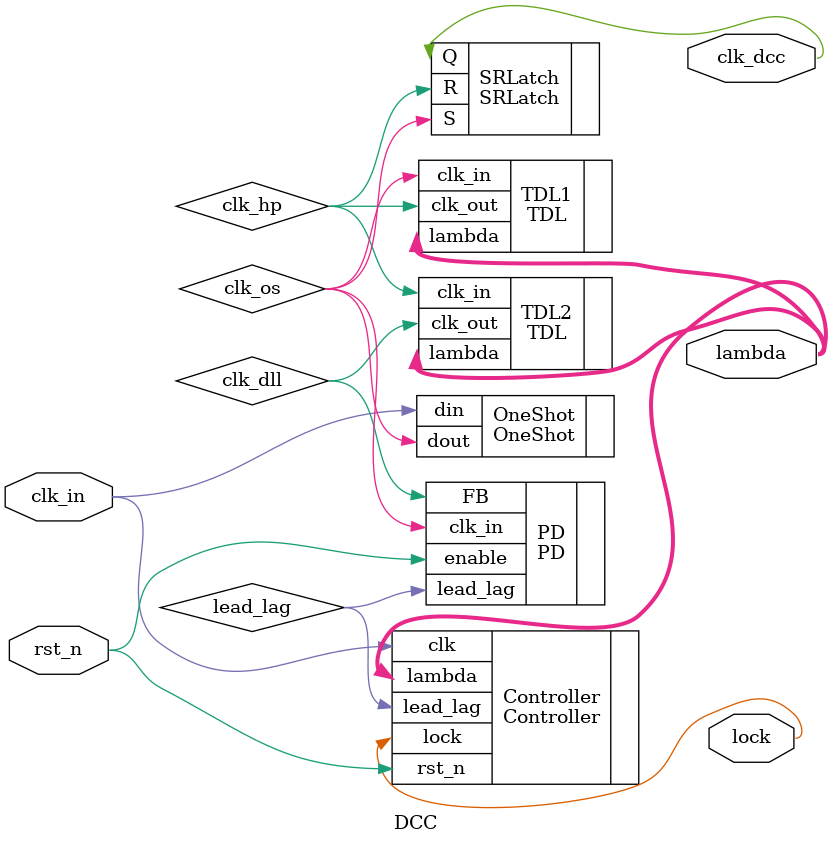
<source format=v>
`include "../2.Gate_level_simulation/PD_syn.v"
`include "../2.Gate_level_simulation/TDL_syn.v"
`include "Controller.v"
`include "../2.Gate_level_simulation/SRLatch_syn.v"
`include "../2.Gate_level_simulation/OneShot_syn.v"

module DCC (
    input         clk_in,
    input         rst_n,
    output        clk_dcc,
    output [7:0]  lambda,
    output        lock
);
    wire clk_os;
    wire lead_lag;
    wire clk_hp;
    wire clk_dll;

    OneShot OneShot (
        .din       (clk_in),
        .dout      (clk_os)
    );

    PD PD (
        .clk_in    (clk_os),
        .FB        (clk_dll),
        .enable    (rst_n),
        .lead_lag  (lead_lag)
    );

    Controller Controller (
        .lead_lag  (lead_lag),
        .clk       (clk_in),
        .rst_n     (rst_n),
        .lambda    (lambda),
        .lock      (lock)
    );

    TDL TDL1 (
        .clk_in    (clk_os),
        .lambda    (lambda),
        .clk_out   (clk_hp)
    );

    TDL TDL2 (
        .clk_in    (clk_hp),
        .lambda    (lambda),
        .clk_out   (clk_dll)
    );

    SRLatch SRLatch(
        .S         (clk_os),
        .R         (clk_hp),
        .Q         (clk_dcc)
    );

endmodule


</source>
